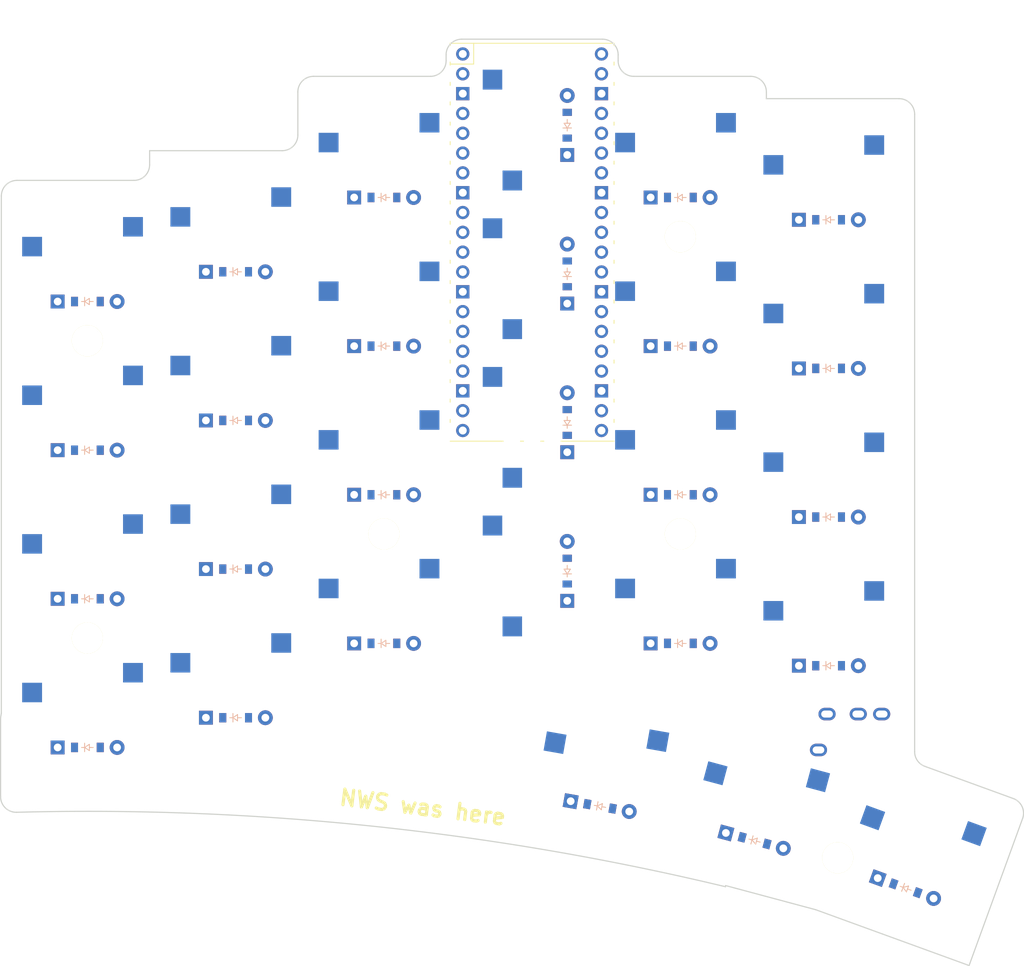
<source format=kicad_pcb>
(kicad_pcb (version 20240108) (generator "ergogen") (generator_version "4.1.0")
  (title_block (title "left") (date "2025-08-27") (rev "v1.0.0") (company "Unknown"))
  (layers (0 "F.Cu" signal) (31 "B.Cu" signal) (34 "B.Paste" user) (35 "F.Paste" user) (36 "B.SilkS" user "B.Silkscreen") (37 "F.SilkS" user "F.Silkscreen") (38 "B.Mask" user) (39 "F.Mask" user) (44 "Edge.Cuts" user))
  (net 0 "")
  (net 1 "GP11")
  (net 2 "outer_bottom")
  (net 3 "outer_home")
  (net 4 "outer_top")
  (net 5 "outer_num")
  (net 6 "GP10")
  (net 7 "pinky_bottom")
  (net 8 "pinky_home")
  (net 9 "pinky_top")
  (net 10 "pinky_num")
  (net 11 "GP9")
  (net 12 "ring_bottom")
  (net 13 "ring_home")
  (net 14 "ring_top")
  (net 15 "ring_num")
  (net 16 "GP7")
  (net 17 "index_bottom")
  (net 18 "index_home")
  (net 19 "index_top")
  (net 20 "index_num")
  (net 21 "GP6")
  (net 22 "inner_bottom")
  (net 23 "inner_home")
  (net 24 "inner_top")
  (net 25 "inner_num")
  (net 26 "GP8")
  (net 27 "tuck_only")
  (net 28 "center_only")
  (net 29 "reach_only")
  (net 30 "middle_bottom")
  (net 31 "middle_home")
  (net 32 "middle_top")
  (net 33 "middle_num")
  (net 34 "GP17")
  (net 35 "GP18")
  (net 36 "GP19")
  (net 37 "GP20")
  (net 38 "GP16")
  (net 39 "3V3")
  (net 40 "GP0")
  (net 41 "GP1")
  (net 42 "GND")
  (net 43 "GP2")
  (net 44 "GP3")
  (net 45 "GP4")
  (net 46 "GP5")
  (net 47 "GP12")
  (net 48 "GP13")
  (net 49 "GP14")
  (net 50 "GP15")
  (net 51 "GP21")
  (net 52 "GP22")
  (net 53 "GP26")
  (net 54 "GP27")
  (net 55 "GP28")
  (net 56 "RUN")
  (net 57 "ADC_VREF")
  (net 58 "3V3_EN")
  (net 59 "VSYS")
  (net 60 "VBUS")
  (net 61 "AGND")
  (net 62 "SWCLK")
  (net 63 "SWDIO")
  (module MX (layer F.Cu) (at 69 198.095 0)
    (fp_text reference "S1" hide)
    (fp_text value "" hide)
    (pad "" np_thru_hole circle (at 0 0) (size 3.9878 3.9878) (drill 3.9878) (layers *.Cu *.Mask))
    (pad "" np_thru_hole circle (at 5.08 0) (size 1.7018 1.7018) (drill 1.7018) (layers *.Cu *.Mask))
    (pad "" np_thru_hole circle (at -5.08 0) (size 1.7018 1.7018) (drill 1.7018) (layers *.Cu *.Mask))
    (pad "" np_thru_hole circle (at 2.54 -5.08) (size 3 3) (drill 3) (layers *.Cu *.Mask))
    (pad "" np_thru_hole circle (at -3.81 -2.54) (size 3 3) (drill 3) (layers *.Cu *.Mask))
    (pad 1 smd rect (at -7.085 -2.54 0) (size 2.55 2.5) (layers B.Cu B.Paste B.Mask) (net 1 "GP11"))
    (pad 2 smd rect (at 5.842 -5.08 0) (size 2.55 2.5) (layers B.Cu B.Paste B.Mask) (net 2 "outer_bottom"))
  )
  (module MX (layer F.Cu) (at 69 179.045 0)
    (fp_text reference "S2" hide)
    (fp_text value "" hide)
    (pad "" np_thru_hole circle (at 0 0) (size 3.9878 3.9878) (drill 3.9878) (layers *.Cu *.Mask))
    (pad "" np_thru_hole circle (at 5.08 0) (size 1.7018 1.7018) (drill 1.7018) (layers *.Cu *.Mask))
    (pad "" np_thru_hole circle (at -5.08 0) (size 1.7018 1.7018) (drill 1.7018) (layers *.Cu *.Mask))
    (pad "" np_thru_hole circle (at 2.54 -5.08) (size 3 3) (drill 3) (layers *.Cu *.Mask))
    (pad "" np_thru_hole circle (at -3.81 -2.54) (size 3 3) (drill 3) (layers *.Cu *.Mask))
    (pad 1 smd rect (at -7.085 -2.54 0) (size 2.55 2.5) (layers B.Cu B.Paste B.Mask) (net 1 "GP11"))
    (pad 2 smd rect (at 5.842 -5.08 0) (size 2.55 2.5) (layers B.Cu B.Paste B.Mask) (net 3 "outer_home"))
  )
  (module MX (layer F.Cu) (at 69 159.99499999999998 0)
    (fp_text reference "S3" hide)
    (fp_text value "" hide)
    (pad "" np_thru_hole circle (at 0 0) (size 3.9878 3.9878) (drill 3.9878) (layers *.Cu *.Mask))
    (pad "" np_thru_hole circle (at 5.08 0) (size 1.7018 1.7018) (drill 1.7018) (layers *.Cu *.Mask))
    (pad "" np_thru_hole circle (at -5.08 0) (size 1.7018 1.7018) (drill 1.7018) (layers *.Cu *.Mask))
    (pad "" np_thru_hole circle (at 2.54 -5.08) (size 3 3) (drill 3) (layers *.Cu *.Mask))
    (pad "" np_thru_hole circle (at -3.81 -2.54) (size 3 3) (drill 3) (layers *.Cu *.Mask))
    (pad 1 smd rect (at -7.085 -2.54 0) (size 2.55 2.5) (layers B.Cu B.Paste B.Mask) (net 1 "GP11"))
    (pad 2 smd rect (at 5.842 -5.08 0) (size 2.55 2.5) (layers B.Cu B.Paste B.Mask) (net 4 "outer_top"))
  )
  (module MX (layer F.Cu) (at 69 140.94499999999996 0)
    (fp_text reference "S4" hide)
    (fp_text value "" hide)
    (pad "" np_thru_hole circle (at 0 0) (size 3.9878 3.9878) (drill 3.9878) (layers *.Cu *.Mask))
    (pad "" np_thru_hole circle (at 5.08 0) (size 1.7018 1.7018) (drill 1.7018) (layers *.Cu *.Mask))
    (pad "" np_thru_hole circle (at -5.08 0) (size 1.7018 1.7018) (drill 1.7018) (layers *.Cu *.Mask))
    (pad "" np_thru_hole circle (at 2.54 -5.08) (size 3 3) (drill 3) (layers *.Cu *.Mask))
    (pad "" np_thru_hole circle (at -3.81 -2.54) (size 3 3) (drill 3) (layers *.Cu *.Mask))
    (pad 1 smd rect (at -7.085 -2.54 0) (size 2.55 2.5) (layers B.Cu B.Paste B.Mask) (net 1 "GP11"))
    (pad 2 smd rect (at 5.842 -5.08 0) (size 2.55 2.5) (layers B.Cu B.Paste B.Mask) (net 5 "outer_num"))
  )
  (module MX (layer F.Cu) (at 88 194.285 0)
    (fp_text reference "S5" hide)
    (fp_text value "" hide)
    (pad "" np_thru_hole circle (at 0 0) (size 3.9878 3.9878) (drill 3.9878) (layers *.Cu *.Mask))
    (pad "" np_thru_hole circle (at 5.08 0) (size 1.7018 1.7018) (drill 1.7018) (layers *.Cu *.Mask))
    (pad "" np_thru_hole circle (at -5.08 0) (size 1.7018 1.7018) (drill 1.7018) (layers *.Cu *.Mask))
    (pad "" np_thru_hole circle (at 2.54 -5.08) (size 3 3) (drill 3) (layers *.Cu *.Mask))
    (pad "" np_thru_hole circle (at -3.81 -2.54) (size 3 3) (drill 3) (layers *.Cu *.Mask))
    (pad 1 smd rect (at -7.085 -2.54 0) (size 2.55 2.5) (layers B.Cu B.Paste B.Mask) (net 6 "GP10"))
    (pad 2 smd rect (at 5.842 -5.08 0) (size 2.55 2.5) (layers B.Cu B.Paste B.Mask) (net 7 "pinky_bottom"))
  )
  (module MX (layer F.Cu) (at 88 175.23499999999999 0)
    (fp_text reference "S6" hide)
    (fp_text value "" hide)
    (pad "" np_thru_hole circle (at 0 0) (size 3.9878 3.9878) (drill 3.9878) (layers *.Cu *.Mask))
    (pad "" np_thru_hole circle (at 5.08 0) (size 1.7018 1.7018) (drill 1.7018) (layers *.Cu *.Mask))
    (pad "" np_thru_hole circle (at -5.08 0) (size 1.7018 1.7018) (drill 1.7018) (layers *.Cu *.Mask))
    (pad "" np_thru_hole circle (at 2.54 -5.08) (size 3 3) (drill 3) (layers *.Cu *.Mask))
    (pad "" np_thru_hole circle (at -3.81 -2.54) (size 3 3) (drill 3) (layers *.Cu *.Mask))
    (pad 1 smd rect (at -7.085 -2.54 0) (size 2.55 2.5) (layers B.Cu B.Paste B.Mask) (net 6 "GP10"))
    (pad 2 smd rect (at 5.842 -5.08 0) (size 2.55 2.5) (layers B.Cu B.Paste B.Mask) (net 8 "pinky_home"))
  )
  (module MX (layer F.Cu) (at 88 156.18499999999997 0)
    (fp_text reference "S7" hide)
    (fp_text value "" hide)
    (pad "" np_thru_hole circle (at 0 0) (size 3.9878 3.9878) (drill 3.9878) (layers *.Cu *.Mask))
    (pad "" np_thru_hole circle (at 5.08 0) (size 1.7018 1.7018) (drill 1.7018) (layers *.Cu *.Mask))
    (pad "" np_thru_hole circle (at -5.08 0) (size 1.7018 1.7018) (drill 1.7018) (layers *.Cu *.Mask))
    (pad "" np_thru_hole circle (at 2.54 -5.08) (size 3 3) (drill 3) (layers *.Cu *.Mask))
    (pad "" np_thru_hole circle (at -3.81 -2.54) (size 3 3) (drill 3) (layers *.Cu *.Mask))
    (pad 1 smd rect (at -7.085 -2.54 0) (size 2.55 2.5) (layers B.Cu B.Paste B.Mask) (net 6 "GP10"))
    (pad 2 smd rect (at 5.842 -5.08 0) (size 2.55 2.5) (layers B.Cu B.Paste B.Mask) (net 9 "pinky_top"))
  )
  (module MX (layer F.Cu) (at 88 137.13499999999996 0)
    (fp_text reference "S8" hide)
    (fp_text value "" hide)
    (pad "" np_thru_hole circle (at 0 0) (size 3.9878 3.9878) (drill 3.9878) (layers *.Cu *.Mask))
    (pad "" np_thru_hole circle (at 5.08 0) (size 1.7018 1.7018) (drill 1.7018) (layers *.Cu *.Mask))
    (pad "" np_thru_hole circle (at -5.08 0) (size 1.7018 1.7018) (drill 1.7018) (layers *.Cu *.Mask))
    (pad "" np_thru_hole circle (at 2.54 -5.08) (size 3 3) (drill 3) (layers *.Cu *.Mask))
    (pad "" np_thru_hole circle (at -3.81 -2.54) (size 3 3) (drill 3) (layers *.Cu *.Mask))
    (pad 1 smd rect (at -7.085 -2.54 0) (size 2.55 2.5) (layers B.Cu B.Paste B.Mask) (net 6 "GP10"))
    (pad 2 smd rect (at 5.842 -5.08 0) (size 2.55 2.5) (layers B.Cu B.Paste B.Mask) (net 10 "pinky_num"))
  )
  (module MX (layer F.Cu) (at 107 184.76 0)
    (fp_text reference "S9" hide)
    (fp_text value "" hide)
    (pad "" np_thru_hole circle (at 0 0) (size 3.9878 3.9878) (drill 3.9878) (layers *.Cu *.Mask))
    (pad "" np_thru_hole circle (at 5.08 0) (size 1.7018 1.7018) (drill 1.7018) (layers *.Cu *.Mask))
    (pad "" np_thru_hole circle (at -5.08 0) (size 1.7018 1.7018) (drill 1.7018) (layers *.Cu *.Mask))
    (pad "" np_thru_hole circle (at 2.54 -5.08) (size 3 3) (drill 3) (layers *.Cu *.Mask))
    (pad "" np_thru_hole circle (at -3.81 -2.54) (size 3 3) (drill 3) (layers *.Cu *.Mask))
    (pad 1 smd rect (at -7.085 -2.54 0) (size 2.55 2.5) (layers B.Cu B.Paste B.Mask) (net 11 "GP9"))
    (pad 2 smd rect (at 5.842 -5.08 0) (size 2.55 2.5) (layers B.Cu B.Paste B.Mask) (net 12 "ring_bottom"))
  )
  (module MX (layer F.Cu) (at 107 165.70999999999998 0)
    (fp_text reference "S10" hide)
    (fp_text value "" hide)
    (pad "" np_thru_hole circle (at 0 0) (size 3.9878 3.9878) (drill 3.9878) (layers *.Cu *.Mask))
    (pad "" np_thru_hole circle (at 5.08 0) (size 1.7018 1.7018) (drill 1.7018) (layers *.Cu *.Mask))
    (pad "" np_thru_hole circle (at -5.08 0) (size 1.7018 1.7018) (drill 1.7018) (layers *.Cu *.Mask))
    (pad "" np_thru_hole circle (at 2.54 -5.08) (size 3 3) (drill 3) (layers *.Cu *.Mask))
    (pad "" np_thru_hole circle (at -3.81 -2.54) (size 3 3) (drill 3) (layers *.Cu *.Mask))
    (pad 1 smd rect (at -7.085 -2.54 0) (size 2.55 2.5) (layers B.Cu B.Paste B.Mask) (net 11 "GP9"))
    (pad 2 smd rect (at 5.842 -5.08 0) (size 2.55 2.5) (layers B.Cu B.Paste B.Mask) (net 13 "ring_home"))
  )
  (module MX (layer F.Cu) (at 107 146.65999999999997 0)
    (fp_text reference "S11" hide)
    (fp_text value "" hide)
    (pad "" np_thru_hole circle (at 0 0) (size 3.9878 3.9878) (drill 3.9878) (layers *.Cu *.Mask))
    (pad "" np_thru_hole circle (at 5.08 0) (size 1.7018 1.7018) (drill 1.7018) (layers *.Cu *.Mask))
    (pad "" np_thru_hole circle (at -5.08 0) (size 1.7018 1.7018) (drill 1.7018) (layers *.Cu *.Mask))
    (pad "" np_thru_hole circle (at 2.54 -5.08) (size 3 3) (drill 3) (layers *.Cu *.Mask))
    (pad "" np_thru_hole circle (at -3.81 -2.54) (size 3 3) (drill 3) (layers *.Cu *.Mask))
    (pad 1 smd rect (at -7.085 -2.54 0) (size 2.55 2.5) (layers B.Cu B.Paste B.Mask) (net 11 "GP9"))
    (pad 2 smd rect (at 5.842 -5.08 0) (size 2.55 2.5) (layers B.Cu B.Paste B.Mask) (net 14 "ring_top"))
  )
  (module MX (layer F.Cu) (at 107 127.60999999999997 0)
    (fp_text reference "S12" hide)
    (fp_text value "" hide)
    (pad "" np_thru_hole circle (at 0 0) (size 3.9878 3.9878) (drill 3.9878) (layers *.Cu *.Mask))
    (pad "" np_thru_hole circle (at 5.08 0) (size 1.7018 1.7018) (drill 1.7018) (layers *.Cu *.Mask))
    (pad "" np_thru_hole circle (at -5.08 0) (size 1.7018 1.7018) (drill 1.7018) (layers *.Cu *.Mask))
    (pad "" np_thru_hole circle (at 2.54 -5.08) (size 3 3) (drill 3) (layers *.Cu *.Mask))
    (pad "" np_thru_hole circle (at -3.81 -2.54) (size 3 3) (drill 3) (layers *.Cu *.Mask))
    (pad 1 smd rect (at -7.085 -2.54 0) (size 2.55 2.5) (layers B.Cu B.Paste B.Mask) (net 11 "GP9"))
    (pad 2 smd rect (at 5.842 -5.08 0) (size 2.55 2.5) (layers B.Cu B.Paste B.Mask) (net 15 "ring_num"))
  )
  (module MX (layer F.Cu) (at 145 184.76 0)
    (fp_text reference "S13" hide)
    (fp_text value "" hide)
    (pad "" np_thru_hole circle (at 0 0) (size 3.9878 3.9878) (drill 3.9878) (layers *.Cu *.Mask))
    (pad "" np_thru_hole circle (at 5.08 0) (size 1.7018 1.7018) (drill 1.7018) (layers *.Cu *.Mask))
    (pad "" np_thru_hole circle (at -5.08 0) (size 1.7018 1.7018) (drill 1.7018) (layers *.Cu *.Mask))
    (pad "" np_thru_hole circle (at 2.54 -5.08) (size 3 3) (drill 3) (layers *.Cu *.Mask))
    (pad "" np_thru_hole circle (at -3.81 -2.54) (size 3 3) (drill 3) (layers *.Cu *.Mask))
    (pad 1 smd rect (at -7.085 -2.54 0) (size 2.55 2.5) (layers B.Cu B.Paste B.Mask) (net 16 "GP7"))
    (pad 2 smd rect (at 5.842 -5.08 0) (size 2.55 2.5) (layers B.Cu B.Paste B.Mask) (net 17 "index_bottom"))
  )
  (module MX (layer F.Cu) (at 145 165.70999999999998 0)
    (fp_text reference "S14" hide)
    (fp_text value "" hide)
    (pad "" np_thru_hole circle (at 0 0) (size 3.9878 3.9878) (drill 3.9878) (layers *.Cu *.Mask))
    (pad "" np_thru_hole circle (at 5.08 0) (size 1.7018 1.7018) (drill 1.7018) (layers *.Cu *.Mask))
    (pad "" np_thru_hole circle (at -5.08 0) (size 1.7018 1.7018) (drill 1.7018) (layers *.Cu *.Mask))
    (pad "" np_thru_hole circle (at 2.54 -5.08) (size 3 3) (drill 3) (layers *.Cu *.Mask))
    (pad "" np_thru_hole circle (at -3.81 -2.54) (size 3 3) (drill 3) (layers *.Cu *.Mask))
    (pad 1 smd rect (at -7.085 -2.54 0) (size 2.55 2.5) (layers B.Cu B.Paste B.Mask) (net 16 "GP7"))
    (pad 2 smd rect (at 5.842 -5.08 0) (size 2.55 2.5) (layers B.Cu B.Paste B.Mask) (net 18 "index_home"))
  )
  (module MX (layer F.Cu) (at 145 146.65999999999997 0)
    (fp_text reference "S15" hide)
    (fp_text value "" hide)
    (pad "" np_thru_hole circle (at 0 0) (size 3.9878 3.9878) (drill 3.9878) (layers *.Cu *.Mask))
    (pad "" np_thru_hole circle (at 5.08 0) (size 1.7018 1.7018) (drill 1.7018) (layers *.Cu *.Mask))
    (pad "" np_thru_hole circle (at -5.08 0) (size 1.7018 1.7018) (drill 1.7018) (layers *.Cu *.Mask))
    (pad "" np_thru_hole circle (at 2.54 -5.08) (size 3 3) (drill 3) (layers *.Cu *.Mask))
    (pad "" np_thru_hole circle (at -3.81 -2.54) (size 3 3) (drill 3) (layers *.Cu *.Mask))
    (pad 1 smd rect (at -7.085 -2.54 0) (size 2.55 2.5) (layers B.Cu B.Paste B.Mask) (net 16 "GP7"))
    (pad 2 smd rect (at 5.842 -5.08 0) (size 2.55 2.5) (layers B.Cu B.Paste B.Mask) (net 19 "index_top"))
  )
  (module MX (layer F.Cu) (at 145 127.60999999999997 0)
    (fp_text reference "S16" hide)
    (fp_text value "" hide)
    (pad "" np_thru_hole circle (at 0 0) (size 3.9878 3.9878) (drill 3.9878) (layers *.Cu *.Mask))
    (pad "" np_thru_hole circle (at 5.08 0) (size 1.7018 1.7018) (drill 1.7018) (layers *.Cu *.Mask))
    (pad "" np_thru_hole circle (at -5.08 0) (size 1.7018 1.7018) (drill 1.7018) (layers *.Cu *.Mask))
    (pad "" np_thru_hole circle (at 2.54 -5.08) (size 3 3) (drill 3) (layers *.Cu *.Mask))
    (pad "" np_thru_hole circle (at -3.81 -2.54) (size 3 3) (drill 3) (layers *.Cu *.Mask))
    (pad 1 smd rect (at -7.085 -2.54 0) (size 2.55 2.5) (layers B.Cu B.Paste B.Mask) (net 16 "GP7"))
    (pad 2 smd rect (at 5.842 -5.08 0) (size 2.55 2.5) (layers B.Cu B.Paste B.Mask) (net 20 "index_num"))
  )
  (module MX (layer F.Cu) (at 164 187.6175 0)
    (fp_text reference "S17" hide)
    (fp_text value "" hide)
    (pad "" np_thru_hole circle (at 0 0) (size 3.9878 3.9878) (drill 3.9878) (layers *.Cu *.Mask))
    (pad "" np_thru_hole circle (at 5.08 0) (size 1.7018 1.7018) (drill 1.7018) (layers *.Cu *.Mask))
    (pad "" np_thru_hole circle (at -5.08 0) (size 1.7018 1.7018) (drill 1.7018) (layers *.Cu *.Mask))
    (pad "" np_thru_hole circle (at 2.54 -5.08) (size 3 3) (drill 3) (layers *.Cu *.Mask))
    (pad "" np_thru_hole circle (at -3.81 -2.54) (size 3 3) (drill 3) (layers *.Cu *.Mask))
    (pad 1 smd rect (at -7.085 -2.54 0) (size 2.55 2.5) (layers B.Cu B.Paste B.Mask) (net 21 "GP6"))
    (pad 2 smd rect (at 5.842 -5.08 0) (size 2.55 2.5) (layers B.Cu B.Paste B.Mask) (net 22 "inner_bottom"))
  )
  (module MX (layer F.Cu) (at 164 168.5675 0)
    (fp_text reference "S18" hide)
    (fp_text value "" hide)
    (pad "" np_thru_hole circle (at 0 0) (size 3.9878 3.9878) (drill 3.9878) (layers *.Cu *.Mask))
    (pad "" np_thru_hole circle (at 5.08 0) (size 1.7018 1.7018) (drill 1.7018) (layers *.Cu *.Mask))
    (pad "" np_thru_hole circle (at -5.08 0) (size 1.7018 1.7018) (drill 1.7018) (layers *.Cu *.Mask))
    (pad "" np_thru_hole circle (at 2.54 -5.08) (size 3 3) (drill 3) (layers *.Cu *.Mask))
    (pad "" np_thru_hole circle (at -3.81 -2.54) (size 3 3) (drill 3) (layers *.Cu *.Mask))
    (pad 1 smd rect (at -7.085 -2.54 0) (size 2.55 2.5) (layers B.Cu B.Paste B.Mask) (net 21 "GP6"))
    (pad 2 smd rect (at 5.842 -5.08 0) (size 2.55 2.5) (layers B.Cu B.Paste B.Mask) (net 23 "inner_home"))
  )
  (module MX (layer F.Cu) (at 164 149.51749999999998 0)
    (fp_text reference "S19" hide)
    (fp_text value "" hide)
    (pad "" np_thru_hole circle (at 0 0) (size 3.9878 3.9878) (drill 3.9878) (layers *.Cu *.Mask))
    (pad "" np_thru_hole circle (at 5.08 0) (size 1.7018 1.7018) (drill 1.7018) (layers *.Cu *.Mask))
    (pad "" np_thru_hole circle (at -5.08 0) (size 1.7018 1.7018) (drill 1.7018) (layers *.Cu *.Mask))
    (pad "" np_thru_hole circle (at 2.54 -5.08) (size 3 3) (drill 3) (layers *.Cu *.Mask))
    (pad "" np_thru_hole circle (at -3.81 -2.54) (size 3 3) (drill 3) (layers *.Cu *.Mask))
    (pad 1 smd rect (at -7.085 -2.54 0) (size 2.55 2.5) (layers B.Cu B.Paste B.Mask) (net 21 "GP6"))
    (pad 2 smd rect (at 5.842 -5.08 0) (size 2.55 2.5) (layers B.Cu B.Paste B.Mask) (net 24 "inner_top"))
  )
  (module MX (layer F.Cu) (at 164 130.46749999999997 0)
    (fp_text reference "S20" hide)
    (fp_text value "" hide)
    (pad "" np_thru_hole circle (at 0 0) (size 3.9878 3.9878) (drill 3.9878) (layers *.Cu *.Mask))
    (pad "" np_thru_hole circle (at 5.08 0) (size 1.7018 1.7018) (drill 1.7018) (layers *.Cu *.Mask))
    (pad "" np_thru_hole circle (at -5.08 0) (size 1.7018 1.7018) (drill 1.7018) (layers *.Cu *.Mask))
    (pad "" np_thru_hole circle (at 2.54 -5.08) (size 3 3) (drill 3) (layers *.Cu *.Mask))
    (pad "" np_thru_hole circle (at -3.81 -2.54) (size 3 3) (drill 3) (layers *.Cu *.Mask))
    (pad 1 smd rect (at -7.085 -2.54 0) (size 2.55 2.5) (layers B.Cu B.Paste B.Mask) (net 21 "GP6"))
    (pad 2 smd rect (at 5.842 -5.08 0) (size 2.55 2.5) (layers B.Cu B.Paste B.Mask) (net 25 "inner_num"))
  )
  (module MX (layer F.Cu) (at 135.475 205.71499999999997 -10)
    (fp_text reference "S21" hide)
    (fp_text value "" hide)
    (pad "" np_thru_hole circle (at 0 0) (size 3.9878 3.9878) (drill 3.9878) (layers *.Cu *.Mask))
    (pad "" np_thru_hole circle (at 5.08 0) (size 1.7018 1.7018) (drill 1.7018) (layers *.Cu *.Mask))
    (pad "" np_thru_hole circle (at -5.08 0) (size 1.7018 1.7018) (drill 1.7018) (layers *.Cu *.Mask))
    (pad "" np_thru_hole circle (at 2.54 -5.08) (size 3 3) (drill 3) (layers *.Cu *.Mask))
    (pad "" np_thru_hole circle (at -3.81 -2.54) (size 3 3) (drill 3) (layers *.Cu *.Mask))
    (pad 1 smd rect (at -7.085 -2.54 -10) (size 2.55 2.5) (layers B.Cu B.Paste B.Mask) (net 26 "GP8"))
    (pad 2 smd rect (at 5.842 -5.08 -10) (size 2.55 2.5) (layers B.Cu B.Paste B.Mask) (net 27 "tuck_only"))
  )
  (module MX (layer F.Cu) (at 155.6782424 210.19395099999997 -15)
    (fp_text reference "S22" hide)
    (fp_text value "" hide)
    (pad "" np_thru_hole circle (at 0 0) (size 3.9878 3.9878) (drill 3.9878) (layers *.Cu *.Mask))
    (pad "" np_thru_hole circle (at 5.08 0) (size 1.7018 1.7018) (drill 1.7018) (layers *.Cu *.Mask))
    (pad "" np_thru_hole circle (at -5.08 0) (size 1.7018 1.7018) (drill 1.7018) (layers *.Cu *.Mask))
    (pad "" np_thru_hole circle (at 2.54 -5.08) (size 3 3) (drill 3) (layers *.Cu *.Mask))
    (pad "" np_thru_hole circle (at -3.81 -2.54) (size 3 3) (drill 3) (layers *.Cu *.Mask))
    (pad 1 smd rect (at -7.085 -2.54 -15) (size 2.55 2.5) (layers B.Cu B.Paste B.Mask) (net 16 "GP7"))
    (pad 2 smd rect (at 5.842 -5.08 -15) (size 2.55 2.5) (layers B.Cu B.Paste B.Mask) (net 28 "center_only"))
  )
  (module MX (layer F.Cu) (at 175.414239 216.41668679999998 -20)
    (fp_text reference "S23" hide)
    (fp_text value "" hide)
    (pad "" np_thru_hole circle (at 0 0) (size 3.9878 3.9878) (drill 3.9878) (layers *.Cu *.Mask))
    (pad "" np_thru_hole circle (at 5.08 0) (size 1.7018 1.7018) (drill 1.7018) (layers *.Cu *.Mask))
    (pad "" np_thru_hole circle (at -5.08 0) (size 1.7018 1.7018) (drill 1.7018) (layers *.Cu *.Mask))
    (pad "" np_thru_hole circle (at 2.54 -5.08) (size 3 3) (drill 3) (layers *.Cu *.Mask))
    (pad "" np_thru_hole circle (at -3.81 -2.54) (size 3 3) (drill 3) (layers *.Cu *.Mask))
    (pad 1 smd rect (at -7.085 -2.54 -20) (size 2.55 2.5) (layers B.Cu B.Paste B.Mask) (net 21 "GP6"))
    (pad 2 smd rect (at 5.842 -5.08 -20) (size 2.55 2.5) (layers B.Cu B.Paste B.Mask) (net 29 "reach_only"))
  )
  (module MX (layer F.Cu) (at 126 179.9975 90)
    (fp_text reference "S24" hide)
    (fp_text value "" hide)
    (pad "" np_thru_hole circle (at 0 0) (size 3.9878 3.9878) (drill 3.9878) (layers *.Cu *.Mask))
    (pad "" np_thru_hole circle (at 5.08 0) (size 1.7018 1.7018) (drill 1.7018) (layers *.Cu *.Mask))
    (pad "" np_thru_hole circle (at -5.08 0) (size 1.7018 1.7018) (drill 1.7018) (layers *.Cu *.Mask))
    (pad "" np_thru_hole circle (at 2.54 -5.08) (size 3 3) (drill 3) (layers *.Cu *.Mask))
    (pad "" np_thru_hole circle (at -3.81 -2.54) (size 3 3) (drill 3) (layers *.Cu *.Mask))
    (pad 1 smd rect (at -7.085 -2.54 90) (size 2.55 2.5) (layers B.Cu B.Paste B.Mask) (net 26 "GP8"))
    (pad 2 smd rect (at 5.842 -5.08 90) (size 2.55 2.5) (layers B.Cu B.Paste B.Mask) (net 30 "middle_bottom"))
  )
  (module MX (layer F.Cu) (at 126 160.9475 90)
    (fp_text reference "S25" hide)
    (fp_text value "" hide)
    (pad "" np_thru_hole circle (at 0 0) (size 3.9878 3.9878) (drill 3.9878) (layers *.Cu *.Mask))
    (pad "" np_thru_hole circle (at 5.08 0) (size 1.7018 1.7018) (drill 1.7018) (layers *.Cu *.Mask))
    (pad "" np_thru_hole circle (at -5.08 0) (size 1.7018 1.7018) (drill 1.7018) (layers *.Cu *.Mask))
    (pad "" np_thru_hole circle (at 2.54 -5.08) (size 3 3) (drill 3) (layers *.Cu *.Mask))
    (pad "" np_thru_hole circle (at -3.81 -2.54) (size 3 3) (drill 3) (layers *.Cu *.Mask))
    (pad 1 smd rect (at -7.085 -2.54 90) (size 2.55 2.5) (layers B.Cu B.Paste B.Mask) (net 26 "GP8"))
    (pad 2 smd rect (at 5.842 -5.08 90) (size 2.55 2.5) (layers B.Cu B.Paste B.Mask) (net 31 "middle_home"))
  )
  (module MX (layer F.Cu) (at 126 141.89749999999998 90)
    (fp_text reference "S26" hide)
    (fp_text value "" hide)
    (pad "" np_thru_hole circle (at 0 0) (size 3.9878 3.9878) (drill 3.9878) (layers *.Cu *.Mask))
    (pad "" np_thru_hole circle (at 5.08 0) (size 1.7018 1.7018) (drill 1.7018) (layers *.Cu *.Mask))
    (pad "" np_thru_hole circle (at -5.08 0) (size 1.7018 1.7018) (drill 1.7018) (layers *.Cu *.Mask))
    (pad "" np_thru_hole circle (at 2.54 -5.08) (size 3 3) (drill 3) (layers *.Cu *.Mask))
    (pad "" np_thru_hole circle (at -3.81 -2.54) (size 3 3) (drill 3) (layers *.Cu *.Mask))
    (pad 1 smd rect (at -7.085 -2.54 90) (size 2.55 2.5) (layers B.Cu B.Paste B.Mask) (net 26 "GP8"))
    (pad 2 smd rect (at 5.842 -5.08 90) (size 2.55 2.5) (layers B.Cu B.Paste B.Mask) (net 32 "middle_top"))
  )
  (module MX (layer F.Cu) (at 126 122.84749999999998 90)
    (fp_text reference "S27" hide)
    (fp_text value "" hide)
    (pad "" np_thru_hole circle (at 0 0) (size 3.9878 3.9878) (drill 3.9878) (layers *.Cu *.Mask))
    (pad "" np_thru_hole circle (at 5.08 0) (size 1.7018 1.7018) (drill 1.7018) (layers *.Cu *.Mask))
    (pad "" np_thru_hole circle (at -5.08 0) (size 1.7018 1.7018) (drill 1.7018) (layers *.Cu *.Mask))
    (pad "" np_thru_hole circle (at 2.54 -5.08) (size 3 3) (drill 3) (layers *.Cu *.Mask))
    (pad "" np_thru_hole circle (at -3.81 -2.54) (size 3 3) (drill 3) (layers *.Cu *.Mask))
    (pad 1 smd rect (at -7.085 -2.54 90) (size 2.55 2.5) (layers B.Cu B.Paste B.Mask) (net 26 "GP8"))
    (pad 2 smd rect (at 5.842 -5.08 90) (size 2.55 2.5) (layers B.Cu B.Paste B.Mask) (net 33 "middle_num"))
  )
  (module ComboDiode (layer F.Cu) (at 69 202.595 0)
    (fp_text reference "D1" hide)
    (fp_text value "" hide)
    (pad 1 smd rect (at -1.65 0 0) (size 0.9 1.2) (layers F.Cu F.Paste F.Mask) (net 34 "GP17"))
    (pad 2 smd rect (at 1.65 0 0) (size 0.9 1.2) (layers B.Cu B.Paste B.Mask) (net 2 "outer_bottom"))
    (pad 1 smd rect (at -1.65 0 0) (size 0.9 1.2) (layers B.Cu B.Paste B.Mask) (net 34 "GP17"))
    (pad 2 smd rect (at 1.65 0 0) (size 0.9 1.2) (layers F.Cu F.Paste F.Mask) (net 2 "outer_bottom"))
    (pad 1 thru_hole rect (at -3.81 0 0) (size 1.778 1.778) (drill 0.9906) (layers *.Cu *.Mask) (net 34 "GP17"))
    (pad 2 thru_hole circle (at 3.81 0 0) (size 1.905 1.905) (drill 0.9906) (layers *.Cu *.Mask) (net 2 "outer_bottom"))
  )
  (module ComboDiode (layer F.Cu) (at 69 183.545 0)
    (fp_text reference "D2" hide)
    (fp_text value "" hide)
    (pad 1 smd rect (at -1.65 0 0) (size 0.9 1.2) (layers F.Cu F.Paste F.Mask) (net 35 "GP18"))
    (pad 2 smd rect (at 1.65 0 0) (size 0.9 1.2) (layers B.Cu B.Paste B.Mask) (net 3 "outer_home"))
    (pad 1 smd rect (at -1.65 0 0) (size 0.9 1.2) (layers B.Cu B.Paste B.Mask) (net 35 "GP18"))
    (pad 2 smd rect (at 1.65 0 0) (size 0.9 1.2) (layers F.Cu F.Paste F.Mask) (net 3 "outer_home"))
    (pad 1 thru_hole rect (at -3.81 0 0) (size 1.778 1.778) (drill 0.9906) (layers *.Cu *.Mask) (net 35 "GP18"))
    (pad 2 thru_hole circle (at 3.81 0 0) (size 1.905 1.905) (drill 0.9906) (layers *.Cu *.Mask) (net 3 "outer_home"))
  )
  (module ComboDiode (layer F.Cu) (at 69 164.49499999999998 0)
    (fp_text reference "D3" hide)
    (fp_text value "" hide)
    (pad 1 smd rect (at -1.65 0 0) (size 0.9 1.2) (layers F.Cu F.Paste F.Mask) (net 36 "GP19"))
    (pad 2 smd rect (at 1.65 0 0) (size 0.9 1.2) (layers B.Cu B.Paste B.Mask) (net 4 "outer_top"))
    (pad 1 smd rect (at -1.65 0 0) (size 0.9 1.2) (layers B.Cu B.Paste B.Mask) (net 36 "GP19"))
    (pad 2 smd rect (at 1.65 0 0) (size 0.9 1.2) (layers F.Cu F.Paste F.Mask) (net 4 "outer_top"))
    (pad 1 thru_hole rect (at -3.81 0 0) (size 1.778 1.778) (drill 0.9906) (layers *.Cu *.Mask) (net 36 "GP19"))
    (pad 2 thru_hole circle (at 3.81 0 0) (size 1.905 1.905) (drill 0.9906) (layers *.Cu *.Mask) (net 4 "outer_top"))
  )
  (module ComboDiode (layer F.Cu) (at 69 145.44499999999996 0)
    (fp_text reference "D4" hide)
    (fp_text value "" hide)
    (pad 1 smd rect (at -1.65 0 0) (size 0.9 1.2) (layers F.Cu F.Paste F.Mask) (net 37 "GP20"))
    (pad 2 smd rect (at 1.65 0 0) (size 0.9 1.2) (layers B.Cu B.Paste B.Mask) (net 5 "outer_num"))
    (pad 1 smd rect (at -1.65 0 0) (size 0.9 1.2) (layers B.Cu B.Paste B.Mask) (net 37 "GP20"))
    (pad 2 smd rect (at 1.65 0 0) (size 0.9 1.2) (layers F.Cu F.Paste F.Mask) (net 5 "outer_num"))
    (pad 1 thru_hole rect (at -3.81 0 0) (size 1.778 1.778) (drill 0.9906) (layers *.Cu *.Mask) (net 37 "GP20"))
    (pad 2 thru_hole circle (at 3.81 0 0) (size 1.905 1.905) (drill 0.9906) (layers *.Cu *.Mask) (net 5 "outer_num"))
  )
  (module ComboDiode (layer F.Cu) (at 88 198.785 0)
    (fp_text reference "D5" hide)
    (fp_text value "" hide)
    (pad 1 smd rect (at -1.65 0 0) (size 0.9 1.2) (layers F.Cu F.Paste F.Mask) (net 34 "GP17"))
    (pad 2 smd rect (at 1.65 0 0) (size 0.9 1.2) (layers B.Cu B.Paste B.Mask) (net 7 "pinky_bottom"))
    (pad 1 smd rect (at -1.65 0 0) (size 0.9 1.2) (layers B.Cu B.Paste B.Mask) (net 34 "GP17"))
    (pad 2 smd rect (at 1.65 0 0) (size 0.9 1.2) (layers F.Cu F.Paste F.Mask) (net 7 "pinky_bottom"))
    (pad 1 thru_hole rect (at -3.81 0 0) (size 1.778 1.778) (drill 0.9906) (layers *.Cu *.Mask) (net 34 "GP17"))
    (pad 2 thru_hole circle (at 3.81 0 0) (size 1.905 1.905) (drill 0.9906) (layers *.Cu *.Mask) (net 7 "pinky_bottom"))
  )
  (module ComboDiode (layer F.Cu) (at 88 179.73499999999999 0)
    (fp_text reference "D6" hide)
    (fp_text value "" hide)
    (pad 1 smd rect (at -1.65 0 0) (size 0.9 1.2) (layers F.Cu F.Paste F.Mask) (net 35 "GP18"))
    (pad 2 smd rect (at 1.65 0 0) (size 0.9 1.2) (layers B.Cu B.Paste B.Mask) (net 8 "pinky_home"))
    (pad 1 smd rect (at -1.65 0 0) (size 0.9 1.2) (layers B.Cu B.Paste B.Mask) (net 35 "GP18"))
    (pad 2 smd rect (at 1.65 0 0) (size 0.9 1.2) (layers F.Cu F.Paste F.Mask) (net 8 "pinky_home"))
    (pad 1 thru_hole rect (at -3.81 0 0) (size 1.778 1.778) (drill 0.9906) (layers *.Cu *.Mask) (net 35 "GP18"))
    (pad 2 thru_hole circle (at 3.81 0 0) (size 1.905 1.905) (drill 0.9906) (layers *.Cu *.Mask) (net 8 "pinky_home"))
  )
  (module ComboDiode (layer F.Cu) (at 88 160.68499999999997 0)
    (fp_text reference "D7" hide)
    (fp_text value "" hide)
    (pad 1 smd rect (at -1.65 0 0) (size 0.9 1.2) (layers F.Cu F.Paste F.Mask) (net 36 "GP19"))
    (pad 2 smd rect (at 1.65 0 0) (size 0.9 1.2) (layers B.Cu B.Paste B.Mask) (net 9 "pinky_top"))
    (pad 1 smd rect (at -1.65 0 0) (size 0.9 1.2) (layers B.Cu B.Paste B.Mask) (net 36 "GP19"))
    (pad 2 smd rect (at 1.65 0 0) (size 0.9 1.2) (layers F.Cu F.Paste F.Mask) (net 9 "pinky_top"))
    (pad 1 thru_hole rect (at -3.81 0 0) (size 1.778 1.778) (drill 0.9906) (layers *.Cu *.Mask) (net 36 "GP19"))
    (pad 2 thru_hole circle (at 3.81 0 0) (size 1.905 1.905) (drill 0.9906) (layers *.Cu *.Mask) (net 9 "pinky_top"))
  )
  (module ComboDiode (layer F.Cu) (at 88 141.63499999999996 0)
    (fp_text reference "D8" hide)
    (fp_text value "" hide)
    (pad 1 smd rect (at -1.65 0 0) (size 0.9 1.2) (layers F.Cu F.Paste F.Mask) (net 37 "GP20"))
    (pad 2 smd rect (at 1.65 0 0) (size 0.9 1.2) (layers B.Cu B.Paste B.Mask) (net 10 "pinky_num"))
    (pad 1 smd rect (at -1.65 0 0) (size 0.9 1.2) (layers B.Cu B.Paste B.Mask) (net 37 "GP20"))
    (pad 2 smd rect (at 1.65 0 0) (size 0.9 1.2) (layers F.Cu F.Paste F.Mask) (net 10 "pinky_num"))
    (pad 1 thru_hole rect (at -3.81 0 0) (size 1.778 1.778) (drill 0.9906) (layers *.Cu *.Mask) (net 37 "GP20"))
    (pad 2 thru_hole circle (at 3.81 0 0) (size 1.905 1.905) (drill 0.9906) (layers *.Cu *.Mask) (net 10 "pinky_num"))
  )
  (module ComboDiode (layer F.Cu) (at 107 189.26 0)
    (fp_text reference "D9" hide)
    (fp_text value "" hide)
    (pad 1 smd rect (at -1.65 0 0) (size 0.9 1.2) (layers F.Cu F.Paste F.Mask) (net 34 "GP17"))
    (pad 2 smd rect (at 1.65 0 0) (size 0.9 1.2) (layers B.Cu B.Paste B.Mask) (net 12 "ring_bottom"))
    (pad 1 smd rect (at -1.65 0 0) (size 0.9 1.2) (layers B.Cu B.Paste B.Mask) (net 34 "GP17"))
    (pad 2 smd rect (at 1.65 0 0) (size 0.9 1.2) (layers F.Cu F.Paste F.Mask) (net 12 "ring_bottom"))
    (pad 1 thru_hole rect (at -3.81 0 0) (size 1.778 1.778) (drill 0.9906) (layers *.Cu *.Mask) (net 34 "GP17"))
    (pad 2 thru_hole circle (at 3.81 0 0) (size 1.905 1.905) (drill 0.9906) (layers *.Cu *.Mask) (net 12 "ring_bottom"))
  )
  (module ComboDiode (layer F.Cu) (at 107 170.20999999999998 0)
    (fp_text reference "D10" hide)
    (fp_text value "" hide)
    (pad 1 smd rect (at -1.65 0 0) (size 0.9 1.2) (layers F.Cu F.Paste F.Mask) (net 35 "GP18"))
    (pad 2 smd rect (at 1.65 0 0) (size 0.9 1.2) (layers B.Cu B.Paste B.Mask) (net 13 "ring_home"))
    (pad 1 smd rect (at -1.65 0 0) (size 0.9 1.2) (layers B.Cu B.Paste B.Mask) (net 35 "GP18"))
    (pad 2 smd rect (at 1.65 0 0) (size 0.9 1.2) (layers F.Cu F.Paste F.Mask) (net 13 "ring_home"))
    (pad 1 thru_hole rect (at -3.81 0 0) (size 1.778 1.778) (drill 0.9906) (layers *.Cu *.Mask) (net 35 "GP18"))
    (pad 2 thru_hole circle (at 3.81 0 0) (size 1.905 1.905) (drill 0.9906) (layers *.Cu *.Mask) (net 13 "ring_home"))
  )
  (module ComboDiode (layer F.Cu) (at 107 151.15999999999997 0)
    (fp_text reference "D11" hide)
    (fp_text value "" hide)
    (pad 1 smd rect (at -1.65 0 0) (size 0.9 1.2) (layers F.Cu F.Paste F.Mask) (net 36 "GP19"))
    (pad 2 smd rect (at 1.65 0 0) (size 0.9 1.2) (layers B.Cu B.Paste B.Mask) (net 14 "ring_top"))
    (pad 1 smd rect (at -1.65 0 0) (size 0.9 1.2) (layers B.Cu B.Paste B.Mask) (net 36 "GP19"))
    (pad 2 smd rect (at 1.65 0 0) (size 0.9 1.2) (layers F.Cu F.Paste F.Mask) (net 14 "ring_top"))
    (pad 1 thru_hole rect (at -3.81 0 0) (size 1.778 1.778) (drill 0.9906) (layers *.Cu *.Mask) (net 36 "GP19"))
    (pad 2 thru_hole circle (at 3.81 0 0) (size 1.905 1.905) (drill 0.9906) (layers *.Cu *.Mask) (net 14 "ring_top"))
  )
  (module ComboDiode (layer F.Cu) (at 107 132.10999999999996 0)
    (fp_text reference "D12" hide)
    (fp_text value "" hide)
    (pad 1 smd rect (at -1.65 0 0) (size 0.9 1.2) (layers F.Cu F.Paste F.Mask) (net 37 "GP20"))
    (pad 2 smd rect (at 1.65 0 0) (size 0.9 1.2) (layers B.Cu B.Paste B.Mask) (net 15 "ring_num"))
    (pad 1 smd rect (at -1.65 0 0) (size 0.9 1.2) (layers B.Cu B.Paste B.Mask) (net 37 "GP20"))
    (pad 2 smd rect (at 1.65 0 0) (size 0.9 1.2) (layers F.Cu F.Paste F.Mask) (net 15 "ring_num"))
    (pad 1 thru_hole rect (at -3.81 0 0) (size 1.778 1.778) (drill 0.9906) (layers *.Cu *.Mask) (net 37 "GP20"))
    (pad 2 thru_hole circle (at 3.81 0 0) (size 1.905 1.905) (drill 0.9906) (layers *.Cu *.Mask) (net 15 "ring_num"))
  )
  (module ComboDiode (layer F.Cu) (at 145 189.26 0)
    (fp_text reference "D13" hide)
    (fp_text value "" hide)
    (pad 1 smd rect (at -1.65 0 0) (size 0.9 1.2) (layers F.Cu F.Paste F.Mask) (net 34 "GP17"))
    (pad 2 smd rect (at 1.65 0 0) (size 0.9 1.2) (layers B.Cu B.Paste B.Mask) (net 17 "index_bottom"))
    (pad 1 smd rect (at -1.65 0 0) (size 0.9 1.2) (layers B.Cu B.Paste B.Mask) (net 34 "GP17"))
    (pad 2 smd rect (at 1.65 0 0) (size 0.9 1.2) (layers F.Cu F.Paste F.Mask) (net 17 "index_bottom"))
    (pad 1 thru_hole rect (at -3.81 0 0) (size 1.778 1.778) (drill 0.9906) (layers *.Cu *.Mask) (net 34 "GP17"))
    (pad 2 thru_hole circle (at 3.81 0 0) (size 1.905 1.905) (drill 0.9906) (layers *.Cu *.Mask) (net 17 "index_bottom"))
  )
  (module ComboDiode (layer F.Cu) (at 145 170.20999999999998 0)
    (fp_text reference "D14" hide)
    (fp_text value "" hide)
    (pad 1 smd rect (at -1.65 0 0) (size 0.9 1.2) (layers F.Cu F.Paste F.Mask) (net 35 "GP18"))
    (pad 2 smd rect (at 1.65 0 0) (size 0.9 1.2) (layers B.Cu B.Paste B.Mask) (net 18 "index_home"))
    (pad 1 smd rect (at -1.65 0 0) (size 0.9 1.2) (layers B.Cu B.Paste B.Mask) (net 35 "GP18"))
    (pad 2 smd rect (at 1.65 0 0) (size 0.9 1.2) (layers F.Cu F.Paste F.Mask) (net 18 "index_home"))
    (pad 1 thru_hole rect (at -3.81 0 0) (size 1.778 1.778) (drill 0.9906) (layers *.Cu *.Mask) (net 35 "GP18"))
    (pad 2 thru_hole circle (at 3.81 0 0) (size 1.905 1.905) (drill 0.9906) (layers *.Cu *.Mask) (net 18 "index_home"))
  )
  (module ComboDiode (layer F.Cu) (at 145 151.15999999999997 0)
    (fp_text reference "D15" hide)
    (fp_text value "" hide)
    (pad 1 smd rect (at -1.65 0 0) (size 0.9 1.2) (layers F.Cu F.Paste F.Mask) (net 36 "GP19"))
    (pad 2 smd rect (at 1.65 0 0) (size 0.9 1.2) (layers B.Cu B.Paste B.Mask) (net 19 "index_top"))
    (pad 1 smd rect (at -1.65 0 0) (size 0.9 1.2) (layers B.Cu B.Paste B.Mask) (net 36 "GP19"))
    (pad 2 smd rect (at 1.65 0 0) (size 0.9 1.2) (layers F.Cu F.Paste F.Mask) (net 19 "index_top"))
    (pad 1 thru_hole rect (at -3.81 0 0) (size 1.778 1.778) (drill 0.9906) (layers *.Cu *.Mask) (net 36 "GP19"))
    (pad 2 thru_hole circle (at 3.81 0 0) (size 1.905 1.905) (drill 0.9906) (layers *.Cu *.Mask) (net 19 "index_top"))
  )
  (module ComboDiode (layer F.Cu) (at 145 132.10999999999996 0)
    (fp_text reference "D16" hide)
    (fp_text value "" hide)
    (pad 1 smd rect (at -1.65 0 0) (size 0.9 1.2) (layers F.Cu F.Paste F.Mask) (net 37 "GP20"))
    (pad 2 smd rect (at 1.65 0 0) (size 0.9 1.2) (layers B.Cu B.Paste B.Mask) (net 20 "index_num"))
    (pad 1 smd rect (at -1.65 0 0) (size 0.9 1.2) (layers B.Cu B.Paste B.Mask) (net 37 "GP20"))
    (pad 2 smd rect (at 1.65 0 0) (size 0.9 1.2) (layers F.Cu F.Paste F.Mask) (net 20 "index_num"))
    (pad 1 thru_hole rect (at -3.81 0 0) (size 1.778 1.778) (drill 0.9906) (layers *.Cu *.Mask) (net 37 "GP20"))
    (pad 2 thru_hole circle (at 3.81 0 0) (size 1.905 1.905) (drill 0.9906) (layers *.Cu *.Mask) (net 20 "index_num"))
  )
  (module ComboDiode (layer F.Cu) (at 164 192.1175 0)
    (fp_text reference "D17" hide)
    (fp_text value "" hide)
    (pad 1 smd rect (at -1.65 0 0) (size 0.9 1.2) (layers F.Cu F.Paste F.Mask) (net 34 "GP17"))
    (pad 2 smd rect (at 1.65 0 0) (size 0.9 1.2) (layers B.Cu B.Paste B.Mask) (net 22 "inner_bottom"))
    (pad 1 smd rect (at -1.65 0 0) (size 0.9 1.2) (layers B.Cu B.Paste B.Mask) (net 34 "GP17"))
    (pad 2 smd rect (at 1.65 0 0) (size 0.9 1.2) (layers F.Cu F.Paste F.Mask) (net 22 "inner_bottom"))
    (pad 1 thru_hole rect (at -3.81 0 0) (size 1.778 1.778) (drill 0.9906) (layers *.Cu *.Mask) (net 34 "GP17"))
    (pad 2 thru_hole circle (at 3.81 0 0) (size 1.905 1.905) (drill 0.9906) (layers *.Cu *.Mask) (net 22 "inner_bottom"))
  )
  (module ComboDiode (layer F.Cu) (at 164 173.0675 0)
    (fp_text reference "D18" hide)
    (fp_text value "" hide)
    (pad 1 smd rect (at -1.65 0 0) (size 0.9 1.2) (layers F.Cu F.Paste F.Mask) (net 35 "GP18"))
    (pad 2 smd rect (at 1.65 0 0) (size 0.9 1.2) (layers B.Cu B.Paste B.Mask) (net 23 "inner_home"))
    (pad 1 smd rect (at -1.65 0 0) (size 0.9 1.2) (layers B.Cu B.Paste B.Mask) (net 35 "GP18"))
    (pad 2 smd rect (at 1.65 0 0) (size 0.9 1.2) (layers F.Cu F.Paste F.Mask) (net 23 "inner_home"))
    (pad 1 thru_hole rect (at -3.81 0 0) (size 1.778 1.778) (drill 0.9906) (layers *.Cu *.Mask) (net 35 "GP18"))
    (pad 2 thru_hole circle (at 3.81 0 0) (size 1.905 1.905) (drill 0.9906) (layers *.Cu *.Mask) (net 23 "inner_home"))
  )
  (module ComboDiode (layer F.Cu) (at 164 154.01749999999998 0)
    (fp_text reference "D19" hide)
    (fp_text value "" hide)
    (pad 1 smd rect (at -1.65 0 0) (size 0.9 1.2) (layers F.Cu F.Paste F.Mask) (net 36 "GP19"))
    (pad 2 smd rect (at 1.65 0 0) (size 0.9 1.2) (layers B.Cu B.Paste B.Mask) (net 24 "inner_top"))
    (pad 1 smd rect (at -1.65 0 0) (size 0.9 1.2) (layers B.Cu B.Paste B.Mask) (net 36 "GP19"))
    (pad 2 smd rect (at 1.65 0 0) (size 0.9 1.2) (layers F.Cu F.Paste F.Mask) (net 24 "inner_top"))
    (pad 1 thru_hole rect (at -3.81 0 0) (size 1.778 1.778) (drill 0.9906) (layers *.Cu *.Mask) (net 36 "GP19"))
    (pad 2 thru_hole circle (at 3.81 0 0) (size 1.905 1.905) (drill 0.9906) (layers *.Cu *.Mask) (net 24 "inner_top"))
  )
  (module ComboDiode (layer F.Cu) (at 164 134.96749999999997 0)
    (fp_text reference "D20" hide)
    (fp_text value "" hide)
    (pad 1 smd rect (at -1.65 0 0) (size 0.9 1.2) (layers F.Cu F.Paste F.Mask) (net 37 "GP20"))
    (pad 2 smd rect (at 1.65 0 0) (size 0.9 1.2) (layers B.Cu B.Paste B.Mask) (net 25 "inner_num"))
    (pad 1 smd rect (at -1.65 0 0) (size 0.9 1.2) (layers B.Cu B.Paste B.Mask) (net 37 "GP20"))
    (pad 2 smd rect (at 1.65 0 0) (size 0.9 1.2) (layers F.Cu F.Paste F.Mask) (net 25 "inner_num"))
    (pad 1 thru_hole rect (at -3.81 0 0) (size 1.778 1.778) (drill 0.9906) (layers *.Cu *.Mask) (net 37 "GP20"))
    (pad 2 thru_hole circle (at 3.81 0 0) (size 1.905 1.905) (drill 0.9906) (layers *.Cu *.Mask) (net 25 "inner_num"))
  )
  (module ComboDiode (layer F.Cu) (at 134.6935832 210.14663489999998 -10)
    (fp_text reference "D21" hide)
    (fp_text value "" hide)
    (pad 1 smd rect (at -1.65 0 -10) (size 0.9 1.2) (layers F.Cu F.Paste F.Mask) (net 38 "GP16"))
    (pad 2 smd rect (at 1.65 0 -10) (size 0.9 1.2) (layers B.Cu B.Paste B.Mask) (net 27 "tuck_only"))
    (pad 1 smd rect (at -1.65 0 -10) (size 0.9 1.2) (layers B.Cu B.Paste B.Mask) (net 38 "GP16"))
    (pad 2 smd rect (at 1.65 0 -10) (size 0.9 1.2) (layers F.Cu F.Paste F.Mask) (net 27 "tuck_only"))
    (pad 1 thru_hole rect (at -3.81 0 -10) (size 1.778 1.778) (drill 0.9906) (layers *.Cu *.Mask) (net 38 "GP16"))
    (pad 2 thru_hole circle (at 3.81 0 -10) (size 1.905 1.905) (drill 0.9906) (layers *.Cu *.Mask) (net 27 "tuck_only"))
  )
  (module ComboDiode (layer F.Cu) (at 154.51355669999998 214.54061719999996 -15)
    (fp_text reference "D22" hide)
    (fp_text value "" hide)
    (pad 1 smd rect (at -1.65 0 -15) (size 0.9 1.2) (layers F.Cu F.Paste F.Mask) (net 38 "GP16"))
    (pad 2 smd rect (at 1.65 0 -15) (size 0.9 1.2) (layers B.Cu B.Paste B.Mask) (net 28 "center_only"))
    (pad 1 smd rect (at -1.65 0 -15) (size 0.9 1.2) (layers B.Cu B.Paste B.Mask) (net 38 "GP16"))
    (pad 2 smd rect (at 1.65 0 -15) (size 0.9 1.2) (layers F.Cu F.Paste F.Mask) (net 28 "center_only"))
    (pad 1 thru_hole rect (at -3.81 0 -15) (size 1.778 1.778) (drill 0.9906) (layers *.Cu *.Mask) (net 38 "GP16"))
    (pad 2 thru_hole circle (at 3.81 0 -15) (size 1.905 1.905) (drill 0.9906) (layers *.Cu *.Mask) (net 28 "center_only"))
  )
  (module ComboDiode (layer F.Cu) (at 173.8751484 220.64530359999998 -20)
    (fp_text reference "D23" hide)
    (fp_text value "" hide)
    (pad 1 smd rect (at -1.65 0 -20) (size 0.9 1.2) (layers F.Cu F.Paste F.Mask) (net 38 "GP16"))
    (pad 2 smd rect (at 1.65 0 -20) (size 0.9 1.2) (layers B.Cu B.Paste B.Mask) (net 29 "reach_only"))
    (pad 1 smd rect (at -1.65 0 -20) (size 0.9 1.2) (layers B.Cu B.Paste B.Mask) (net 38 "GP16"))
    (pad 2 smd rect (at 1.65 0 -20) (size 0.9 1.2) (layers F.Cu F.Paste F.Mask) (net 29 "reach_only"))
    (pad 1 thru_hole rect (at -3.81 0 -20) (size 1.778 1.778) (drill 0.9906) (layers *.Cu *.Mask) (net 38 "GP16"))
    (pad 2 thru_hole circle (at 3.81 0 -20) (size 1.905 1.905) (drill 0.9906) (layers *.Cu *.Mask) (net 29 "reach_only"))
  )
  (module ComboDiode (layer F.Cu) (at 130.5 179.9975 90)
    (fp_text reference "D24" hide)
    (fp_text value "" hide)
    (pad 1 smd rect (at -1.65 0 90) (size 0.9 1.2) (layers F.Cu F.Paste F.Mask) (net 34 "GP17"))
    (pad 2 smd rect (at 1.65 0 90) (size 0.9 1.2) (layers B.Cu B.Paste B.Mask) (net 30 "middle_bottom"))
    (pad 1 smd rect (at -1.65 0 90) (size 0.9 1.2) (layers B.Cu B.Paste B.Mask) (net 34 "GP17"))
    (pad 2 smd rect (at 1.65 0 90) (size 0.9 1.2) (layers F.Cu F.Paste F.Mask) (net 30 "middle_bottom"))
    (pad 1 thru_hole rect (at -3.81 0 90) (size 1.778 1.778) (drill 0.9906) (layers *.Cu *.Mask) (net 34 "GP17"))
    (pad 2 thru_hole circle (at 3.81 0 90) (size 1.905 1.905) (drill 0.9906) (layers *.Cu *.Mask) (net 30 "middle_bottom"))
  )
  (module ComboDiode (layer F.Cu) (at 130.5 160.9475 90)
    (fp_text reference "D25" hide)
    (fp_text value "" hide)
    (pad 1 smd rect (at -1.65 0 90) (size 0.9 1.2) (layers F.Cu F.Paste F.Mask) (net 35 "GP18"))
    (pad 2 smd rect (at 1.65 0 90) (size 0.9 1.2) (layers B.Cu B.Paste B.Mask) (net 31 "middle_home"))
    (pad 1 smd rect (at -1.65 0 90) (size 0.9 1.2) (layers B.Cu B.Paste B.Mask) (net 35 "GP18"))
    (pad 2 smd rect (at 1.65 0 90) (size 0.9 1.2) (layers F.Cu F.Paste F.Mask) (net 31 "middle_home"))
    (pad 1 thru_hole rect (at -3.81 0 90) (size 1.778 1.778) (drill 0.9906) (layers *.Cu *.Mask) (net 35 "GP18"))
    (pad 2 thru_hole circle (at 3.81 0 90) (size 1.905 1.905) (drill 0.9906) (layers *.Cu *.Mask) (net 31 "middle_home"))
  )
  (module ComboDiode (layer F.Cu) (at 130.5 141.89749999999998 90)
    (fp_text reference "D26" hide)
    (fp_text value "" hide)
    (pad 1 smd rect (at -1.65 0 90) (size 0.9 1.2) (layers F.Cu F.Paste F.Mask) (net 36 "GP19"))
    (pad 2 smd rect (at 1.65 0 90) (size 0.9 1.2) (layers B.Cu B.Paste B.Mask) (net 32 "middle_top"))
    (pad 1 smd rect (at -1.65 0 90) (size 0.9 1.2) (layers B.Cu B.Paste B.Mask) (net 36 "GP19"))
    (pad 2 smd rect (at 1.65 0 90) (size 0.9 1.2) (layers F.Cu F.Paste F.Mask) (net 32 "middle_top"))
    (pad 1 thru_hole rect (at -3.81 0 90) (size 1.778 1.778) (drill 0.9906) (layers *.Cu *.Mask) (net 36 "GP19"))
    (pad 2 thru_hole circle (at 3.81 0 90) (size 1.905 1.905) (drill 0.9906) (layers *.Cu *.Mask) (net 32 "middle_top"))
  )
  (module ComboDiode (layer F.Cu) (at 130.5 122.84749999999998 90)
    (fp_text reference "D27" hide)
    (fp_text value "" hide)
    (pad 1 smd rect (at -1.65 0 90) (size 0.9 1.2) (layers F.Cu F.Paste F.Mask) (net 37 "GP20"))
    (pad 2 smd rect (at 1.65 0 90) (size 0.9 1.2) (layers B.Cu B.Paste B.Mask) (net 33 "middle_num"))
    (pad 1 smd rect (at -1.65 0 90) (size 0.9 1.2) (layers B.Cu B.Paste B.Mask) (net 37 "GP20"))
    (pad 2 smd rect (at 1.65 0 90) (size 0.9 1.2) (layers F.Cu F.Paste F.Mask) (net 33 "middle_num"))
    (pad 1 thru_hole rect (at -3.81 0 90) (size 1.778 1.778) (drill 0.9906) (layers *.Cu *.Mask) (net 37 "GP20"))
    (pad 2 thru_hole circle (at 3.81 0 90) (size 1.905 1.905) (drill 0.9906) (layers *.Cu *.Mask) (net 33 "middle_num"))
  )
  (footprint "ceoloide:trrs_pj320a" (layer "B.Cu") (at 174 200.6175 270)
    (property "Reference" "TRRS1" hide)
    (pad "" np_thru_hole circle (at 0 8.6 270) (size 1.5 1.5) (drill 1.5) (layers "*.Cu" "*.Mask"))
    (pad "" np_thru_hole circle (at 0 1.6 270) (size 1.5 1.5) (drill 1.5) (layers "*.Cu" "*.Mask"))
    (pad 2 thru_hole oval (at -2.3 3.2 270) (size 1.6 2.2) (drill oval 0.9 1.5) (layers "*.Cu" "*.Mask") (net 42 "GND"))
    (pad 3 thru_hole oval (at -2.3 6.2 270) (size 1.6 2.2) (drill oval 0.9 1.5) (layers "*.Cu" "*.Mask") (net 41 "GP1"))
    (pad 4 thru_hole oval (at -2.3 10.2 270) (size 1.6 2.2) (drill oval 0.9 1.5) (layers "*.Cu" "*.Mask") (net 39 "3V3"))
    (pad 5 thru_hole oval (at 2.3 11.3 270) (size 1.6 2.2) (drill oval 0.9 1.5) (layers "*.Cu" "*.Mask") (net 40 "GP0"))
  )
  (module RPi_Pico_SMD_TH (layer F.Cu) (at 126 137.84749999999997 0)
    (fp_text reference "_1" hide)
    (fp_text value RPi_Pico_SMD_TH)
    (pad 1 thru_hole oval (at -8.89 -24.13) (size 1.7 1.7) (drill 1.02) (layers *.Cu *.Mask) (net 40 "GP0"))
    (pad 2 thru_hole oval (at -8.89 -21.59) (size 1.7 1.7) (drill 1.02) (layers *.Cu *.Mask) (net 41 "GP1"))
    (pad 3 thru_hole rect (at -8.89 -19.05 0) (size 1.7 1.7) (drill 1.02) (layers *.Cu *.Mask) (net 42 "GND"))
    (pad 4 thru_hole oval (at -8.89 -16.51) (size 1.7 1.7) (drill 1.02) (layers *.Cu *.Mask) (net 43 "GP2"))
    (pad 5 thru_hole oval (at -8.89 -13.97) (size 1.7 1.7) (drill 1.02) (layers *.Cu *.Mask) (net 44 "GP3"))
    (pad 6 thru_hole oval (at -8.89 -11.43) (size 1.7 1.7) (drill 1.02) (layers *.Cu *.Mask) (net 45 "GP4"))
    (pad 7 thru_hole oval (at -8.89 -8.89) (size 1.7 1.7) (drill 1.02) (layers *.Cu *.Mask) (net 46 "GP5"))
    (pad 8 thru_hole rect (at -8.89 -6.35 0) (size 1.7 1.7) (drill 1.02) (layers *.Cu *.Mask) (net 42 "GND"))
    (pad 9 thru_hole oval (at -8.89 -3.81) (size 1.7 1.7) (drill 1.02) (layers *.Cu *.Mask) (net 21 "GP6"))
    (pad 10 thru_hole oval (at -8.89 -1.27) (size 1.7 1.7) (drill 1.02) (layers *.Cu *.Mask) (net 16 "GP7"))
    (pad 11 thru_hole oval (at -8.89 1.27) (size 1.7 1.7) (drill 1.02) (layers *.Cu *.Mask) (net 26 "GP8"))
    (pad 12 thru_hole oval (at -8.89 3.81) (size 1.7 1.7) (drill 1.02) (layers *.Cu *.Mask) (net 11 "GP9"))
    (pad 13 thru_hole rect (at -8.89 6.35 0) (size 1.7 1.7) (drill 1.02) (layers *.Cu *.Mask) (net 42 "GND"))
    (pad 14 thru_hole oval (at -8.89 8.89) (size 1.7 1.7) (drill 1.02) (layers *.Cu *.Mask) (net 6 "GP10"))
    (pad 15 thru_hole oval (at -8.89 11.43) (size 1.7 1.7) (drill 1.02) (layers *.Cu *.Mask) (net 1 "GP11"))
    (pad 16 thru_hole oval (at -8.89 13.97) (size 1.7 1.7) (drill 1.02) (layers *.Cu *.Mask) (net 47 "GP12"))
    (pad 17 thru_hole oval (at -8.89 16.51) (size 1.7 1.7) (drill 1.02) (layers *.Cu *.Mask) (net 48 "GP13"))
    (pad 18 thru_hole rect (at -8.89 19.05 0) (size 1.7 1.7) (drill 1.02) (layers *.Cu *.Mask) (net 42 "GND"))
    (pad 19 thru_hole oval (at -8.89 21.59) (size 1.7 1.7) (drill 1.02) (layers *.Cu *.Mask) (net 49 "GP14"))
    (pad 20 thru_hole oval (at -8.89 24.13) (size 1.7 1.7) (drill 1.02) (layers *.Cu *.Mask) (net 50 "GP15"))
    (pad 21 thru_hole oval (at 8.89 24.13) (size 1.7 1.7) (drill 1.02) (layers *.Cu *.Mask) (net 38 "GP16"))
    (pad 22 thru_hole oval (at 8.89 21.59) (size 1.7 1.7) (drill 1.02) (layers *.Cu *.Mask) (net 34 "GP17"))
    (pad 23 thru_hole rect (at 8.89 19.05 0) (size 1.7 1.7) (drill 1.02) (layers *.Cu *.Mask) (net 42 "GND"))
    (pad 24 thru_hole oval (at 8.89 16.51) (size 1.7 1.7) (drill 1.02) (layers *.Cu *.Mask) (net 35 "GP18"))
    (pad 25 thru_hole oval (at 8.89 13.97) (size 1.7 1.7) (drill 1.02) (layers *.Cu *.Mask) (net 36 "GP19"))
    (pad 26 thru_hole oval (at 8.89 11.43) (size 1.7 1.7) (drill 1.02) (layers *.Cu *.Mask) (net 37 "GP20"))
    (pad 27 thru_hole oval (at 8.89 8.89) (size 1.7 1.7) (drill 1.02) (layers *.Cu *.Mask) (net 51 "GP21"))
    (pad 28 thru_hole rect (at 8.89 6.35 0) (size 1.7 1.7) (drill 1.02) (layers *.Cu *.Mask) (net 42 "GND"))
    (pad 29 thru_hole oval (at 8.89 3.81) (size 1.7 1.7) (drill 1.02) (layers *.Cu *.Mask) (net 52 "GP22"))
    (pad 30 thru_hole oval (at 8.89 1.27) (size 1.7 1.7) (drill 1.02) (layers *.Cu *.Mask) (net 56 "RUN"))
    (pad 31 thru_hole oval (at 8.89 -1.27) (size 1.7 1.7) (drill 1.02) (layers *.Cu *.Mask) (net 53 "GP26"))
    (pad 32 thru_hole oval (at 8.89 -3.81) (size 1.7 1.7) (drill 1.02) (layers *.Cu *.Mask) (net 54 "GP27"))
    (pad 33 thru_hole rect (at 8.89 -6.35 0) (size 1.7 1.7) (drill 1.02) (layers *.Cu *.Mask) (net 61 "AGND"))
    (pad 34 thru_hole oval (at 8.89 -8.89) (size 1.7 1.7) (drill 1.02) (layers *.Cu *.Mask) (net 55 "GP28"))
    (pad 35 thru_hole oval (at 8.89 -11.43) (size 1.7 1.7) (drill 1.02) (layers *.Cu *.Mask) (net 57 "ADC_VREF"))
    (pad 36 thru_hole oval (at 8.89 -13.97) (size 1.7 1.7) (drill 1.02) (layers *.Cu *.Mask) (net 39 "3V3"))
    (pad 37 thru_hole oval (at 8.89 -16.51) (size 1.7 1.7) (drill 1.02) (layers *.Cu *.Mask) (net 58 "3V3_EN"))
    (pad 38 thru_hole rect (at 8.89 -19.05 0) (size 1.7 1.7) (drill 1.02) (layers *.Cu *.Mask) (net 42 "GND"))
    (pad 39 thru_hole oval (at 8.89 -21.59) (size 1.7 1.7) (drill 1.02) (layers *.Cu *.Mask) (net 59 "VSYS"))
    (pad 40 thru_hole oval (at 8.89 -24.13) (size 1.7 1.7) (drill 1.02) (layers *.Cu *.Mask) (net 60 "VBUS"))
  )
  (module HOLE_M2_TH (layer F.Cu) (at 107 175.23499999999999 0)
    (pad "" np_thru_hole circle (at 0 0 90) (size 4.0 4.0) (drill 4.0) (layers *.Cu *.Mask F.SilkS) (clearance 0.3))
  )
  (module HOLE_M2_TH (layer F.Cu) (at 165.16057 216.73917379999997 -20)
    (pad "" np_thru_hole circle (at 0 0 90) (size 4.0 4.0) (drill 4.0) (layers *.Cu *.Mask F.SilkS) (clearance 0.3))
  )
  (module HOLE_M2_TH (layer F.Cu) (at 145 137.13499999999996 0)
    (pad "" np_thru_hole circle (at 0 0 90) (size 4.0 4.0) (drill 4.0) (layers *.Cu *.Mask F.SilkS) (clearance 0.3))
  )
  (module HOLE_M2_TH (layer F.Cu) (at 145 175.23499999999999 0)
    (pad "" np_thru_hole circle (at 0 0 90) (size 4.0 4.0) (drill 4.0) (layers *.Cu *.Mask F.SilkS) (clearance 0.3))
  )
  (module HOLE_M2_TH (layer F.Cu) (at 69 150.46999999999997 0)
    (pad "" np_thru_hole circle (at 0 0 90) (size 4.0 4.0) (drill 4.0) (layers *.Cu *.Mask F.SilkS) (clearance 0.3))
  )
  (module HOLE_M2_TH (layer F.Cu) (at 69 188.57 0)
    (pad "" np_thru_hole circle (at 0 0 90) (size 4.0 4.0) (drill 4.0) (layers *.Cu *.Mask F.SilkS) (clearance 0.3))
  )
  (gr_text "NWS was here" (at 122.82946199999999 211.60866339999998 -7) (layer F.SilkS) (effects (font (size 2 2) (thickness 0.4)) (justify right)))
  (gr_line (start 57.975 198.21478199613796) (end 57.975 131.91999999999996) (layer Edge.Cuts) (stroke (width 0.15)))
  (gr_line (start 74.975 129.91999999999996) (end 59.975 129.91999999999996) (layer Edge.Cuts) (stroke (width 0.15)))
  (gr_line (start 93.975 126.10999999999997) (end 76.975 126.10999999999997) (layer Edge.Cuts) (stroke (width 0.15)))
  (gr_line (start 76.975 126.10999999999997) (end 76.975 127.91999999999996) (layer Edge.Cuts) (stroke (width 0.15)))
  (gr_line (start 112.975 116.58499999999997) (end 97.975 116.58499999999997) (layer Edge.Cuts) (stroke (width 0.15)))
  (gr_line (start 95.975 118.58499999999997) (end 95.975 124.10999999999997) (layer Edge.Cuts) (stroke (width 0.15)))
  (gr_line (start 137.025 114.58499999999997) (end 137.025 113.82249999999998) (layer Edge.Cuts) (stroke (width 0.15)))
  (gr_line (start 135.025 111.82249999999998) (end 116.975 111.82249999999998) (layer Edge.Cuts) (stroke (width 0.15)))
  (gr_line (start 114.975 113.82249999999998) (end 114.975 114.58499999999997) (layer Edge.Cuts) (stroke (width 0.15)))
  (gr_line (start 156.025 119.44249999999998) (end 156.025 118.58499999999997) (layer Edge.Cuts) (stroke (width 0.15)))
  (gr_line (start 154.025 116.58499999999997) (end 139.025 116.58499999999997) (layer Edge.Cuts) (stroke (width 0.15)))
  (gr_line (start 175.025 203.14204042273946) (end 175.025 121.44249999999998) (layer Edge.Cuts) (stroke (width 0.15)))
  (gr_line (start 173.025 119.44249999999998) (end 156.025 119.44249999999998) (layer Edge.Cuts) (stroke (width 0.15)))
  (gr_line (start 150.80003131242646 220.3007581818008) (end 162.36364596397215 223.39921936068947) (layer Edge.Cuts) (stroke (width 0.15)))
  (gr_line (start 162.36364596397215 223.39921936068947) (end 182.0035781 230.54756999999998) (layer Edge.Cuts) (stroke (width 0.15)))
  (gr_line (start 182.0035781 230.54756999999998) (end 188.86108197436295 211.706732861403) (layer Edge.Cuts) (stroke (width 0.15)))
  (gr_line (start 187.66573686561918 209.14330738542645) (end 176.3409597883022 205.02142565487884) (layer Edge.Cuts) (stroke (width 0.15)))
  (gr_line (start 150.77446129999998 220.44577199999998) (end 150.80003131242646 220.3007581818007) (layer Edge.Cuts) (stroke (width 0.15)))
  (gr_line (start 57.975 198.21478199613796) (end 57.875 198.7819101475156) (layer Edge.Cuts) (stroke (width 0.15)))
  (gr_arc (start 150.77446129999998 220.44577199999998) (mid 105.6635403 212.69915120000002) (end 59.927468899999994 210.905525) (layer Edge.Cuts) (stroke (width 0.15)))
  (gr_line (start 57.875000099999994 208.9062133) (end 57.875 198.7819101475156) (layer Edge.Cuts) (stroke (width 0.15)))
  (gr_arc (start 59.975 129.91999999999996) (mid 58.5607864 130.50578639999995) (end 57.975 131.91999999999996) (layer Edge.Cuts) (stroke (width 0.15)))
  (gr_arc (start 74.975 129.91999999999996) (mid 76.38921359999999 129.33421359999997) (end 76.975 127.91999999999996) (layer Edge.Cuts) (stroke (width 0.15)))
  (gr_arc (start 93.975 126.10999999999997) (mid 95.38921359999999 125.52421359999997) (end 95.975 124.10999999999997) (layer Edge.Cuts) (stroke (width 0.15)))
  (gr_arc (start 97.975 116.58499999999997) (mid 96.5607864 117.17078639999997) (end 95.975 118.58499999999997) (layer Edge.Cuts) (stroke (width 0.15)))
  (gr_arc (start 112.975 116.58499999999997) (mid 114.38921359999999 115.99921359999996) (end 114.975 114.58499999999997) (layer Edge.Cuts) (stroke (width 0.15)))
  (gr_arc (start 116.975 111.82249999999998) (mid 115.5607864 112.40828639999998) (end 114.975 113.82249999999998) (layer Edge.Cuts) (stroke (width 0.15)))
  (gr_arc (start 137.025 113.82249999999998) (mid 136.43921360000002 112.40828639999998) (end 135.025 111.82249999999998) (layer Edge.Cuts) (stroke (width 0.15)))
  (gr_arc (start 137.025 114.58499999999997) (mid 137.6107864 115.99921359999996) (end 139.025 116.58499999999997) (layer Edge.Cuts) (stroke (width 0.15)))
  (gr_arc (start 156.025 118.58499999999997) (mid 155.43921360000002 117.17078639999997) (end 154.025 116.58499999999997) (layer Edge.Cuts) (stroke (width 0.15)))
  (gr_arc (start 175.025 121.44249999999998) (mid 174.43921360000002 120.02828639999998) (end 173.025 119.44249999999998) (layer Edge.Cuts) (stroke (width 0.15)))
  (gr_arc (start 175.025 203.14204042273946) (mid 175.3866959 204.28919332273946) (end 176.3409598 205.02142572273945) (layer Edge.Cuts) (stroke (width 0.15)))
  (gr_arc (start 188.86108195392137 211.7067328175658) (mid 188.79431225392136 210.17745601756582) (end 187.66573685392137 209.1433073175658) (layer Edge.Cuts) (stroke (width 0.15)))
  (gr_arc (start 57.875000199999995 208.9062133) (mid 58.479460399999994 210.3388573) (end 59.927468899999994 210.9055249) (layer Edge.Cuts) (stroke (width 0.15)))
)
</source>
